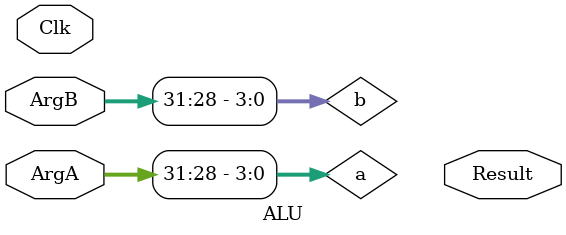
<source format=sv>
module ALU (output[31:0] Result, input[31:0] ArgA, ArgB, input Clk);
logic [3:0] a, b;
assign a = ArgA[31:28];
assign b = ArgB[31:28];
specify
    specparam tRise = 5, tFall = 4;
    (Clk *> Result) = (tRise, tFall);
    (a *> b) = (tRise, tFall);
endspecify
endmodule
</source>
